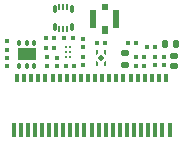
<source format=gbr>
%TF.GenerationSoftware,KiCad,Pcbnew,(7.0.0)*%
%TF.CreationDate,2023-07-09T20:13:22-04:00*%
%TF.ProjectId,headstage-neuropix1e,68656164-7374-4616-9765-2d6e6575726f,A*%
%TF.SameCoordinates,Original*%
%TF.FileFunction,Paste,Top*%
%TF.FilePolarity,Positive*%
%FSLAX46Y46*%
G04 Gerber Fmt 4.6, Leading zero omitted, Abs format (unit mm)*
G04 Created by KiCad (PCBNEW (7.0.0)) date 2023-07-09 20:13:22*
%MOMM*%
%LPD*%
G01*
G04 APERTURE LIST*
G04 Aperture macros list*
%AMRoundRect*
0 Rectangle with rounded corners*
0 $1 Rounding radius*
0 $2 $3 $4 $5 $6 $7 $8 $9 X,Y pos of 4 corners*
0 Add a 4 corners polygon primitive as box body*
4,1,4,$2,$3,$4,$5,$6,$7,$8,$9,$2,$3,0*
0 Add four circle primitives for the rounded corners*
1,1,$1+$1,$2,$3*
1,1,$1+$1,$4,$5*
1,1,$1+$1,$6,$7*
1,1,$1+$1,$8,$9*
0 Add four rect primitives between the rounded corners*
20,1,$1+$1,$2,$3,$4,$5,0*
20,1,$1+$1,$4,$5,$6,$7,0*
20,1,$1+$1,$6,$7,$8,$9,0*
20,1,$1+$1,$8,$9,$2,$3,0*%
%AMRotRect*
0 Rectangle, with rotation*
0 The origin of the aperture is its center*
0 $1 length*
0 $2 width*
0 $3 Rotation angle, in degrees counterclockwise*
0 Add horizontal line*
21,1,$1,$2,0,0,$3*%
%AMFreePoly0*
4,1,6,0.180000,0.075000,0.000000,-0.105000,-0.220000,-0.105000,-0.220000,0.105000,0.180000,0.105000,0.180000,0.075000,0.180000,0.075000,$1*%
%AMFreePoly1*
4,1,6,0.180000,-0.075000,0.180000,-0.105000,-0.220000,-0.105000,-0.220000,0.105000,0.000000,0.105000,0.180000,-0.075000,0.180000,-0.075000,$1*%
%AMFreePoly2*
4,1,6,0.220000,-0.105000,0.000000,-0.105000,-0.180000,0.075000,-0.180000,0.105000,0.220000,0.105000,0.220000,-0.105000,0.220000,-0.105000,$1*%
%AMFreePoly3*
4,1,6,0.220000,-0.105000,-0.180000,-0.105000,-0.180000,-0.075000,0.000000,0.105000,0.220000,0.105000,0.220000,-0.105000,0.220000,-0.105000,$1*%
G04 Aperture macros list end*
%ADD10RoundRect,0.079500X-0.079500X-0.100500X0.079500X-0.100500X0.079500X0.100500X-0.079500X0.100500X0*%
%ADD11RoundRect,0.079500X-0.100500X0.079500X-0.100500X-0.079500X0.100500X-0.079500X0.100500X0.079500X0*%
%ADD12RoundRect,0.009000X-0.081000X-0.233500X0.081000X-0.233500X0.081000X0.233500X-0.081000X0.233500X0*%
%ADD13RoundRect,0.011500X-0.103500X-0.256000X0.103500X-0.256000X0.103500X0.256000X-0.103500X0.256000X0*%
%ADD14R,0.500000X0.650000*%
%ADD15R,0.600000X1.500000*%
%ADD16R,0.500000X0.550000*%
%ADD17RoundRect,0.079500X0.079500X0.100500X-0.079500X0.100500X-0.079500X-0.100500X0.079500X-0.100500X0*%
%ADD18RoundRect,0.140000X-0.170000X0.140000X-0.170000X-0.140000X0.170000X-0.140000X0.170000X0.140000X0*%
%ADD19RoundRect,0.079500X0.100500X-0.079500X0.100500X0.079500X-0.100500X0.079500X-0.100500X-0.079500X0*%
%ADD20C,0.250000*%
%ADD21FreePoly0,90.000000*%
%ADD22FreePoly1,90.000000*%
%ADD23FreePoly2,90.000000*%
%ADD24FreePoly3,90.000000*%
%ADD25RotRect,0.450000X0.450000X135.000000*%
%ADD26RoundRect,0.045000X0.105000X0.180000X-0.105000X0.180000X-0.105000X-0.180000X0.105000X-0.180000X0*%
%ADD27RoundRect,0.050000X0.750000X-0.450000X0.750000X0.450000X-0.750000X0.450000X-0.750000X-0.450000X0*%
%ADD28R,0.300000X1.250000*%
%ADD29R,0.300000X0.700000*%
%ADD30RoundRect,0.140000X-0.140000X-0.170000X0.140000X-0.170000X0.140000X0.170000X-0.140000X0.170000X0*%
%ADD31RoundRect,0.050000X-0.250000X0.200000X-0.250000X-0.200000X0.250000X-0.200000X0.250000X0.200000X0*%
G04 APERTURE END LIST*
D10*
%TO.C,R1*%
X140305000Y-90200000D03*
X140995000Y-90200000D03*
%TD*%
D11*
%TO.C,C16*%
X146350000Y-91855000D03*
X146350000Y-92545000D03*
%TD*%
D12*
%TO.C,J5*%
X139850000Y-89410000D03*
X139850000Y-87590000D03*
X140200000Y-89410000D03*
X140200000Y-87590000D03*
X140550000Y-89410000D03*
X140550000Y-87590000D03*
D13*
X139475000Y-89265000D03*
X139475000Y-87735000D03*
X140925000Y-89265000D03*
X140925000Y-87735000D03*
%TD*%
D14*
%TO.C,J1*%
X143699999Y-89574999D03*
D15*
X142699999Y-88599999D03*
D16*
X143699999Y-87574999D03*
D15*
X144699999Y-88599999D03*
%TD*%
D17*
%TO.C,R15*%
X139445000Y-91100000D03*
X138755000Y-91100000D03*
%TD*%
D11*
%TO.C,R12*%
X141850000Y-90305000D03*
X141850000Y-90995000D03*
%TD*%
D18*
%TO.C,C18*%
X145450000Y-91520000D03*
X145450000Y-92480000D03*
%TD*%
D19*
%TO.C,C7*%
X135400000Y-91190000D03*
X135400000Y-90500000D03*
%TD*%
D20*
%TO.C,U5*%
X140400000Y-91800000D03*
X140400000Y-91400000D03*
X140400000Y-91000000D03*
X140800000Y-91800000D03*
X140800000Y-91400000D03*
X140800000Y-91000000D03*
%TD*%
D21*
%TO.C,U3*%
X143075000Y-92330000D03*
D22*
X143725000Y-92330000D03*
D23*
X143075000Y-91470000D03*
D24*
X143725000Y-91470000D03*
D25*
X143399999Y-91899999D03*
%TD*%
D11*
%TO.C,C20*%
X148750000Y-91805000D03*
X148750000Y-92495000D03*
%TD*%
D19*
%TO.C,R5*%
X135400000Y-92590000D03*
X135400000Y-91900000D03*
%TD*%
D11*
%TO.C,C17*%
X147050000Y-91855000D03*
X147050000Y-92545000D03*
%TD*%
D17*
%TO.C,R11*%
X141145000Y-92600000D03*
X140455000Y-92600000D03*
%TD*%
D26*
%TO.C,U2*%
X136450000Y-92575000D03*
X137100000Y-92575000D03*
X137750000Y-92575000D03*
X137750000Y-90625000D03*
X137100000Y-90625000D03*
X136450000Y-90625000D03*
D27*
X137100000Y-91600000D03*
%TD*%
D19*
%TO.C,C25*%
X139650000Y-92595000D03*
X139650000Y-91905000D03*
%TD*%
D11*
%TO.C,R14*%
X138800000Y-91855000D03*
X138800000Y-92545000D03*
%TD*%
D17*
%TO.C,L4*%
X147945000Y-91000000D03*
X147255000Y-91000000D03*
%TD*%
D11*
%TO.C,C19*%
X148000000Y-91805000D03*
X148000000Y-92495000D03*
%TD*%
D10*
%TO.C,C4*%
X143055000Y-90600000D03*
X143745000Y-90600000D03*
%TD*%
D28*
%TO.C,J2*%
X135999999Y-98024999D03*
D29*
X136299999Y-93599999D03*
D28*
X136599999Y-98024999D03*
D29*
X136899999Y-93599999D03*
D28*
X137199999Y-98024999D03*
D29*
X137499999Y-93599999D03*
D28*
X137799999Y-98024999D03*
D29*
X138099999Y-93599999D03*
D28*
X138399999Y-98024999D03*
D29*
X138699999Y-93599999D03*
D28*
X138999999Y-98024999D03*
D29*
X139299999Y-93599999D03*
D28*
X139599999Y-98024999D03*
D29*
X139899999Y-93599999D03*
D28*
X140199999Y-98024999D03*
D29*
X140499999Y-93599999D03*
D28*
X140799999Y-98024999D03*
D29*
X141099999Y-93599999D03*
D28*
X141399999Y-98024999D03*
D29*
X141699999Y-93599999D03*
D28*
X141999999Y-98024999D03*
D29*
X142299999Y-93599999D03*
D28*
X142599999Y-98024999D03*
D29*
X142899999Y-93599999D03*
D28*
X143199999Y-98024999D03*
D29*
X143499999Y-93599999D03*
D28*
X143799999Y-98024999D03*
D29*
X144099999Y-93599999D03*
D28*
X144399999Y-98024999D03*
D29*
X144699999Y-93599999D03*
D28*
X144999999Y-98024999D03*
D29*
X145299999Y-93599999D03*
D28*
X145599999Y-98024999D03*
D29*
X145899999Y-93599999D03*
D28*
X146199999Y-98024999D03*
D29*
X146499999Y-93599999D03*
D28*
X146799999Y-98024999D03*
D29*
X147099999Y-93599999D03*
D28*
X147399999Y-98024999D03*
D29*
X147699999Y-93599999D03*
D28*
X147999999Y-98024999D03*
D29*
X148299999Y-93599999D03*
D28*
X148599999Y-98024999D03*
D29*
X148899999Y-93599999D03*
D28*
X149199999Y-98024999D03*
%TD*%
D30*
%TO.C,C21*%
X148820000Y-90700000D03*
X149780000Y-90700000D03*
%TD*%
D17*
%TO.C,R10*%
X146345000Y-90600000D03*
X145655000Y-90600000D03*
%TD*%
D11*
%TO.C,R13*%
X141850000Y-91805000D03*
X141850000Y-92495000D03*
%TD*%
D10*
%TO.C,R2*%
X138755000Y-90200000D03*
X139445000Y-90200000D03*
%TD*%
D31*
%TO.C,D1*%
X149600000Y-91700000D03*
X149600000Y-92600000D03*
%TD*%
M02*

</source>
